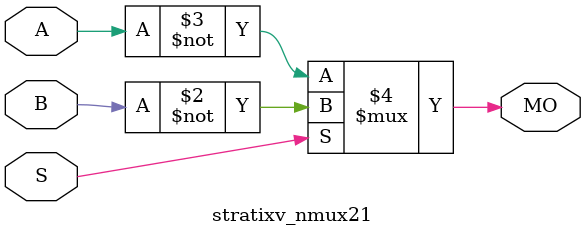
<source format=v>
module stratixv_nmux21 (MO, A, B, S);
   input A, B, S; 
   output MO; 
   assign MO = (S == 1) ? ~B : ~A; 
endmodule
</source>
